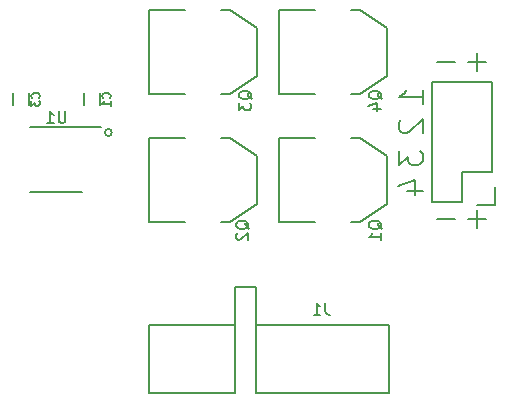
<source format=gbr>
G04 #@! TF.FileFunction,Legend,Bot*
%FSLAX46Y46*%
G04 Gerber Fmt 4.6, Leading zero omitted, Abs format (unit mm)*
G04 Created by KiCad (PCBNEW 4.0.6-e0-6349~53~ubuntu14.04.1) date Sat Apr 15 21:16:56 2017*
%MOMM*%
%LPD*%
G01*
G04 APERTURE LIST*
%ADD10C,0.100000*%
%ADD11C,0.200000*%
%ADD12C,0.150000*%
%ADD13C,0.152400*%
G04 APERTURE END LIST*
D10*
D11*
X161671429Y-86180952D02*
X163004762Y-86180952D01*
X160909524Y-85704762D02*
X162338095Y-85228571D01*
X162338095Y-86466667D01*
X161004762Y-82733333D02*
X161004762Y-83971429D01*
X161766667Y-83304762D01*
X161766667Y-83590476D01*
X161861905Y-83780952D01*
X161957143Y-83876190D01*
X162147619Y-83971429D01*
X162623810Y-83971429D01*
X162814286Y-83876190D01*
X162909524Y-83780952D01*
X163004762Y-83590476D01*
X163004762Y-83019048D01*
X162909524Y-82828571D01*
X162814286Y-82733333D01*
X161195238Y-80128571D02*
X161100000Y-80223809D01*
X161004762Y-80414286D01*
X161004762Y-80890476D01*
X161100000Y-81080952D01*
X161195238Y-81176190D01*
X161385714Y-81271429D01*
X161576190Y-81271429D01*
X161861905Y-81176190D01*
X163004762Y-80033333D01*
X163004762Y-81271429D01*
X163004762Y-78771429D02*
X163004762Y-77628571D01*
X163004762Y-78200000D02*
X161004762Y-78200000D01*
X161290476Y-78009524D01*
X161480952Y-77819048D01*
X161576190Y-77628571D01*
X165761905Y-75242857D02*
X164238095Y-75242857D01*
X165761905Y-88542857D02*
X164238095Y-88542857D01*
X168361905Y-75242857D02*
X166838095Y-75242857D01*
X167600000Y-76004762D02*
X167600000Y-74480952D01*
X168361905Y-88542857D02*
X166838095Y-88542857D01*
X167600000Y-89304762D02*
X167600000Y-87780952D01*
D12*
X148900180Y-97500640D02*
X148900180Y-94300240D01*
X148900180Y-94300240D02*
X147099320Y-94300240D01*
X147099320Y-94300240D02*
X147099320Y-97500640D01*
X160200640Y-97500640D02*
X148900180Y-97500640D01*
X148900180Y-97500640D02*
X148900180Y-103299460D01*
X148900180Y-103299460D02*
X160200640Y-103299460D01*
X160200640Y-103299460D02*
X160200640Y-97500640D01*
X139799360Y-97500640D02*
X147099320Y-97500640D01*
X147099320Y-103299460D02*
X139799360Y-103299460D01*
X147099320Y-97500640D02*
X147099320Y-103299460D01*
X139799360Y-97500640D02*
X139799360Y-103299460D01*
X153876000Y-88756000D02*
X150828000Y-88756000D01*
X150828000Y-88756000D02*
X150828000Y-81644000D01*
X150828000Y-81644000D02*
X153876000Y-81644000D01*
X156924000Y-88756000D02*
X157686000Y-88756000D01*
X157686000Y-88756000D02*
X159972000Y-87232000D01*
X159972000Y-87232000D02*
X159972000Y-83168000D01*
X159972000Y-83168000D02*
X157686000Y-81644000D01*
X157686000Y-81644000D02*
X156924000Y-81644000D01*
X142876000Y-88756000D02*
X139828000Y-88756000D01*
X139828000Y-88756000D02*
X139828000Y-81644000D01*
X139828000Y-81644000D02*
X142876000Y-81644000D01*
X145924000Y-88756000D02*
X146686000Y-88756000D01*
X146686000Y-88756000D02*
X148972000Y-87232000D01*
X148972000Y-87232000D02*
X148972000Y-83168000D01*
X148972000Y-83168000D02*
X146686000Y-81644000D01*
X146686000Y-81644000D02*
X145924000Y-81644000D01*
X142876000Y-77956000D02*
X139828000Y-77956000D01*
X139828000Y-77956000D02*
X139828000Y-70844000D01*
X139828000Y-70844000D02*
X142876000Y-70844000D01*
X145924000Y-77956000D02*
X146686000Y-77956000D01*
X146686000Y-77956000D02*
X148972000Y-76432000D01*
X148972000Y-76432000D02*
X148972000Y-72368000D01*
X148972000Y-72368000D02*
X146686000Y-70844000D01*
X146686000Y-70844000D02*
X145924000Y-70844000D01*
X153876000Y-77956000D02*
X150828000Y-77956000D01*
X150828000Y-77956000D02*
X150828000Y-70844000D01*
X150828000Y-70844000D02*
X153876000Y-70844000D01*
X156924000Y-77956000D02*
X157686000Y-77956000D01*
X157686000Y-77956000D02*
X159972000Y-76432000D01*
X159972000Y-76432000D02*
X159972000Y-72368000D01*
X159972000Y-72368000D02*
X157686000Y-70844000D01*
X157686000Y-70844000D02*
X156924000Y-70844000D01*
D13*
X136700000Y-81200000D02*
G75*
G03X136700000Y-81200000I-300000J0D01*
G01*
D12*
X134200000Y-86225000D02*
X129800000Y-86225000D01*
X135775000Y-80775000D02*
X129800000Y-80775000D01*
X134325000Y-77900000D02*
X134325000Y-78900000D01*
X135675000Y-78900000D02*
X135675000Y-77900000D01*
X128325000Y-77900000D02*
X128325000Y-78900000D01*
X129675000Y-78900000D02*
X129675000Y-77900000D01*
X168840000Y-84540000D02*
X168840000Y-76920000D01*
X168840000Y-76920000D02*
X163760000Y-76920000D01*
X163760000Y-76920000D02*
X163760000Y-87080000D01*
X163760000Y-87080000D02*
X166300000Y-87080000D01*
X169120000Y-85810000D02*
X169120000Y-87360000D01*
X166300000Y-87080000D02*
X166300000Y-84540000D01*
X166300000Y-84540000D02*
X168840000Y-84540000D01*
X169120000Y-87360000D02*
X167570000Y-87360000D01*
X154778333Y-95642381D02*
X154778333Y-96356667D01*
X154825953Y-96499524D01*
X154921191Y-96594762D01*
X155064048Y-96642381D01*
X155159286Y-96642381D01*
X153778333Y-96642381D02*
X154349762Y-96642381D01*
X154064048Y-96642381D02*
X154064048Y-95642381D01*
X154159286Y-95785238D01*
X154254524Y-95880476D01*
X154349762Y-95928095D01*
X159547619Y-89404762D02*
X159500000Y-89309524D01*
X159404762Y-89214286D01*
X159261905Y-89071429D01*
X159214286Y-88976190D01*
X159214286Y-88880952D01*
X159452381Y-88928571D02*
X159404762Y-88833333D01*
X159309524Y-88738095D01*
X159119048Y-88690476D01*
X158785714Y-88690476D01*
X158595238Y-88738095D01*
X158500000Y-88833333D01*
X158452381Y-88928571D01*
X158452381Y-89119048D01*
X158500000Y-89214286D01*
X158595238Y-89309524D01*
X158785714Y-89357143D01*
X159119048Y-89357143D01*
X159309524Y-89309524D01*
X159404762Y-89214286D01*
X159452381Y-89119048D01*
X159452381Y-88928571D01*
X159452381Y-90309524D02*
X159452381Y-89738095D01*
X159452381Y-90023809D02*
X158452381Y-90023809D01*
X158595238Y-89928571D01*
X158690476Y-89833333D01*
X158738095Y-89738095D01*
X148297619Y-89404762D02*
X148250000Y-89309524D01*
X148154762Y-89214286D01*
X148011905Y-89071429D01*
X147964286Y-88976190D01*
X147964286Y-88880952D01*
X148202381Y-88928571D02*
X148154762Y-88833333D01*
X148059524Y-88738095D01*
X147869048Y-88690476D01*
X147535714Y-88690476D01*
X147345238Y-88738095D01*
X147250000Y-88833333D01*
X147202381Y-88928571D01*
X147202381Y-89119048D01*
X147250000Y-89214286D01*
X147345238Y-89309524D01*
X147535714Y-89357143D01*
X147869048Y-89357143D01*
X148059524Y-89309524D01*
X148154762Y-89214286D01*
X148202381Y-89119048D01*
X148202381Y-88928571D01*
X147297619Y-89738095D02*
X147250000Y-89785714D01*
X147202381Y-89880952D01*
X147202381Y-90119048D01*
X147250000Y-90214286D01*
X147297619Y-90261905D01*
X147392857Y-90309524D01*
X147488095Y-90309524D01*
X147630952Y-90261905D01*
X148202381Y-89690476D01*
X148202381Y-90309524D01*
X148547619Y-78404762D02*
X148500000Y-78309524D01*
X148404762Y-78214286D01*
X148261905Y-78071429D01*
X148214286Y-77976190D01*
X148214286Y-77880952D01*
X148452381Y-77928571D02*
X148404762Y-77833333D01*
X148309524Y-77738095D01*
X148119048Y-77690476D01*
X147785714Y-77690476D01*
X147595238Y-77738095D01*
X147500000Y-77833333D01*
X147452381Y-77928571D01*
X147452381Y-78119048D01*
X147500000Y-78214286D01*
X147595238Y-78309524D01*
X147785714Y-78357143D01*
X148119048Y-78357143D01*
X148309524Y-78309524D01*
X148404762Y-78214286D01*
X148452381Y-78119048D01*
X148452381Y-77928571D01*
X147452381Y-78690476D02*
X147452381Y-79309524D01*
X147833333Y-78976190D01*
X147833333Y-79119048D01*
X147880952Y-79214286D01*
X147928571Y-79261905D01*
X148023810Y-79309524D01*
X148261905Y-79309524D01*
X148357143Y-79261905D01*
X148404762Y-79214286D01*
X148452381Y-79119048D01*
X148452381Y-78833333D01*
X148404762Y-78738095D01*
X148357143Y-78690476D01*
X159547619Y-78404762D02*
X159500000Y-78309524D01*
X159404762Y-78214286D01*
X159261905Y-78071429D01*
X159214286Y-77976190D01*
X159214286Y-77880952D01*
X159452381Y-77928571D02*
X159404762Y-77833333D01*
X159309524Y-77738095D01*
X159119048Y-77690476D01*
X158785714Y-77690476D01*
X158595238Y-77738095D01*
X158500000Y-77833333D01*
X158452381Y-77928571D01*
X158452381Y-78119048D01*
X158500000Y-78214286D01*
X158595238Y-78309524D01*
X158785714Y-78357143D01*
X159119048Y-78357143D01*
X159309524Y-78309524D01*
X159404762Y-78214286D01*
X159452381Y-78119048D01*
X159452381Y-77928571D01*
X158785714Y-79214286D02*
X159452381Y-79214286D01*
X158404762Y-78976190D02*
X159119048Y-78738095D01*
X159119048Y-79357143D01*
X132761905Y-79402381D02*
X132761905Y-80211905D01*
X132714286Y-80307143D01*
X132666667Y-80354762D01*
X132571429Y-80402381D01*
X132380952Y-80402381D01*
X132285714Y-80354762D01*
X132238095Y-80307143D01*
X132190476Y-80211905D01*
X132190476Y-79402381D01*
X131190476Y-80402381D02*
X131761905Y-80402381D01*
X131476191Y-80402381D02*
X131476191Y-79402381D01*
X131571429Y-79545238D01*
X131666667Y-79640476D01*
X131761905Y-79688095D01*
X136520000Y-78283334D02*
X136553333Y-78250000D01*
X136586667Y-78150000D01*
X136586667Y-78083334D01*
X136553333Y-77983334D01*
X136486667Y-77916667D01*
X136420000Y-77883334D01*
X136286667Y-77850000D01*
X136186667Y-77850000D01*
X136053333Y-77883334D01*
X135986667Y-77916667D01*
X135920000Y-77983334D01*
X135886667Y-78083334D01*
X135886667Y-78150000D01*
X135920000Y-78250000D01*
X135953333Y-78283334D01*
X136586667Y-78950000D02*
X136586667Y-78550000D01*
X136586667Y-78750000D02*
X135886667Y-78750000D01*
X135986667Y-78683334D01*
X136053333Y-78616667D01*
X136086667Y-78550000D01*
X130520000Y-78283334D02*
X130553333Y-78250000D01*
X130586667Y-78150000D01*
X130586667Y-78083334D01*
X130553333Y-77983334D01*
X130486667Y-77916667D01*
X130420000Y-77883334D01*
X130286667Y-77850000D01*
X130186667Y-77850000D01*
X130053333Y-77883334D01*
X129986667Y-77916667D01*
X129920000Y-77983334D01*
X129886667Y-78083334D01*
X129886667Y-78150000D01*
X129920000Y-78250000D01*
X129953333Y-78283334D01*
X129886667Y-78516667D02*
X129886667Y-78950000D01*
X130153333Y-78716667D01*
X130153333Y-78816667D01*
X130186667Y-78883334D01*
X130220000Y-78916667D01*
X130286667Y-78950000D01*
X130453333Y-78950000D01*
X130520000Y-78916667D01*
X130553333Y-78883334D01*
X130586667Y-78816667D01*
X130586667Y-78616667D01*
X130553333Y-78550000D01*
X130520000Y-78516667D01*
M02*

</source>
